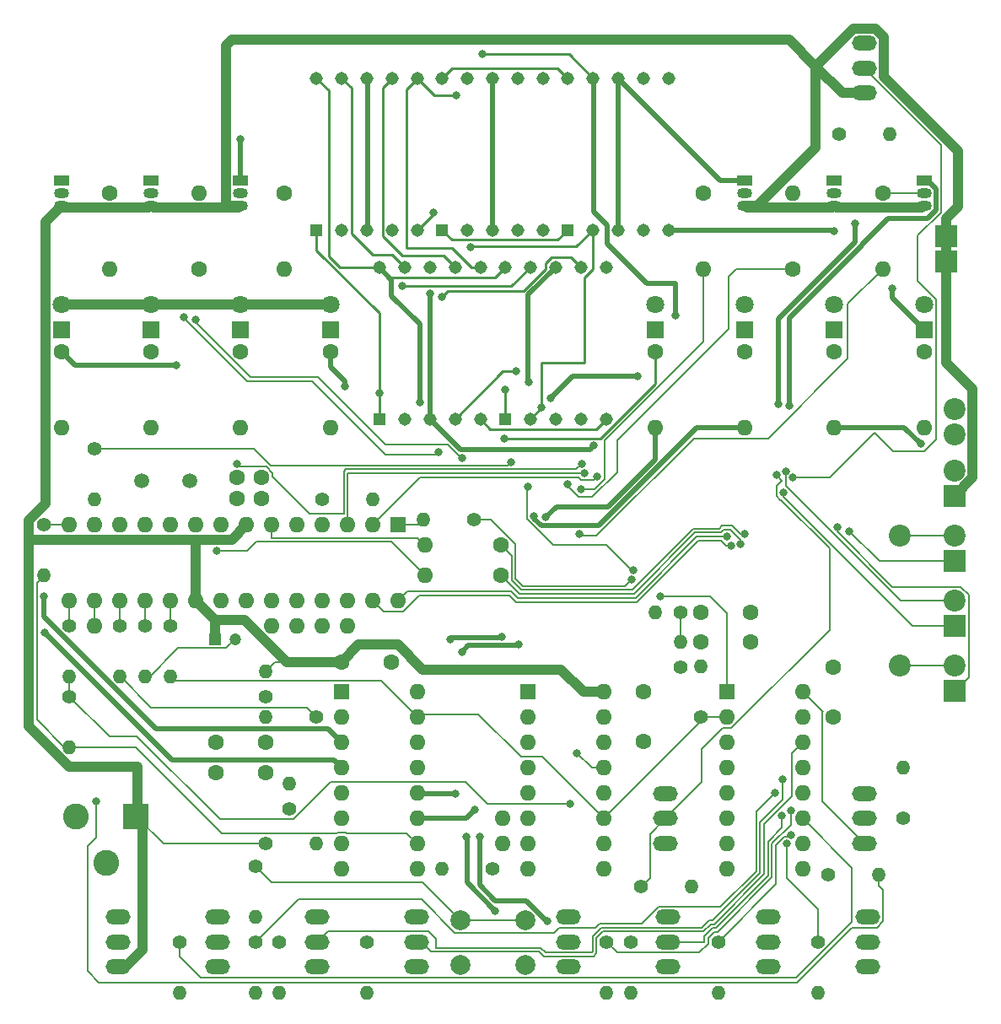
<source format=gbr>
%TF.GenerationSoftware,KiCad,Pcbnew,7.0.10*%
%TF.CreationDate,2024-03-01T17:05:21+01:00*%
%TF.ProjectId,8_switch_rgb_pcb_revision_1,385f7377-6974-4636-985f-7267625f7063,rev?*%
%TF.SameCoordinates,Original*%
%TF.FileFunction,Copper,L2,Bot*%
%TF.FilePolarity,Positive*%
%FSLAX46Y46*%
G04 Gerber Fmt 4.6, Leading zero omitted, Abs format (unit mm)*
G04 Created by KiCad (PCBNEW 7.0.10) date 2024-03-01 17:05:21*
%MOMM*%
%LPD*%
G01*
G04 APERTURE LIST*
%TA.AperFunction,ComponentPad*%
%ADD10R,2.200000X2.200000*%
%TD*%
%TA.AperFunction,ComponentPad*%
%ADD11C,2.200000*%
%TD*%
%TA.AperFunction,ComponentPad*%
%ADD12C,1.400000*%
%TD*%
%TA.AperFunction,ComponentPad*%
%ADD13O,1.400000X1.400000*%
%TD*%
%TA.AperFunction,ComponentPad*%
%ADD14C,1.600000*%
%TD*%
%TA.AperFunction,ComponentPad*%
%ADD15O,2.500000X1.500000*%
%TD*%
%TA.AperFunction,ComponentPad*%
%ADD16R,1.800000X1.800000*%
%TD*%
%TA.AperFunction,ComponentPad*%
%ADD17C,1.800000*%
%TD*%
%TA.AperFunction,ComponentPad*%
%ADD18R,1.500000X1.050000*%
%TD*%
%TA.AperFunction,ComponentPad*%
%ADD19O,1.500000X1.050000*%
%TD*%
%TA.AperFunction,ComponentPad*%
%ADD20O,1.600000X1.600000*%
%TD*%
%TA.AperFunction,ComponentPad*%
%ADD21R,2.600000X2.600000*%
%TD*%
%TA.AperFunction,ComponentPad*%
%ADD22C,2.600000*%
%TD*%
%TA.AperFunction,ComponentPad*%
%ADD23R,1.308000X1.308000*%
%TD*%
%TA.AperFunction,ComponentPad*%
%ADD24C,1.308000*%
%TD*%
%TA.AperFunction,ComponentPad*%
%ADD25R,1.200000X1.200000*%
%TD*%
%TA.AperFunction,ComponentPad*%
%ADD26C,1.200000*%
%TD*%
%TA.AperFunction,ComponentPad*%
%ADD27R,1.600000X1.600000*%
%TD*%
%TA.AperFunction,ComponentPad*%
%ADD28C,2.000000*%
%TD*%
%TA.AperFunction,ComponentPad*%
%ADD29C,1.500000*%
%TD*%
%TA.AperFunction,ViaPad*%
%ADD30C,0.800000*%
%TD*%
%TA.AperFunction,Conductor*%
%ADD31C,1.000000*%
%TD*%
%TA.AperFunction,Conductor*%
%ADD32C,0.200000*%
%TD*%
%TA.AperFunction,Conductor*%
%ADD33C,0.250000*%
%TD*%
%TA.AperFunction,Conductor*%
%ADD34C,0.500000*%
%TD*%
G04 APERTURE END LIST*
D10*
%TO.P,,1,Pin_1*%
%TO.N,+5V*%
X203040000Y-74640000D03*
%TD*%
%TO.P,,1,Pin_1*%
%TO.N,+5V*%
X203040000Y-77180000D03*
%TD*%
D11*
%TO.P,,2,Pin_2*%
%TO.N,GND*%
X203880000Y-92040000D03*
%TD*%
%TO.P,,2,Pin_2*%
%TO.N,GND*%
X203880000Y-94580000D03*
%TD*%
D12*
%TO.P,R18,1*%
%TO.N,Net-(MCU_1-PD2)*%
X140385000Y-101060000D03*
D13*
%TO.P,R18,2*%
%TO.N,Net-(U_Trans1-~{OE})*%
X145465000Y-101060000D03*
%TD*%
D12*
%TO.P,R16,1*%
%TO.N,Net-(MCU_1-PB4)*%
X122605000Y-113760000D03*
D13*
%TO.P,R16,2*%
%TO.N,GND*%
X122605000Y-118840000D03*
%TD*%
D14*
%TO.P,CU_BUTTONS1,1*%
%TO.N,GND*%
X191660000Y-122940000D03*
%TO.P,CU_BUTTONS1,2*%
%TO.N,+5V*%
X191660000Y-117940000D03*
%TD*%
D15*
%TO.P,SW__WR1,1,A*%
%TO.N,GND*%
X194820000Y-130600000D03*
%TO.P,SW__WR1,2,B*%
%TO.N,Net-(MCU_1-PC4)*%
X194820000Y-133100000D03*
%TO.P,SW__WR1,3,C*%
%TO.N,+5V*%
X194820000Y-135600000D03*
%TD*%
D14*
%TO.P,C1,1*%
%TO.N,GND*%
X134310000Y-101000000D03*
%TO.P,C1,2*%
%TO.N,Net-(MCU_1-XTAL1{slash}PB6)*%
X131810000Y-101000000D03*
%TD*%
D10*
%TO.P,PWR_Screw1,1,Pin_1*%
%TO.N,+5V*%
X203880000Y-100700000D03*
D11*
%TO.P,PWR_Screw1,2,Pin_2*%
%TO.N,GND*%
X203880000Y-98160000D03*
%TD*%
D15*
%TO.P,SW0,1,A*%
%TO.N,GND*%
X119880000Y-143000000D03*
%TO.P,SW0,2,B*%
%TO.N,Net-(SW0-B)*%
X119880000Y-145500000D03*
%TO.P,SW0,3,C*%
%TO.N,+5V*%
X119880000Y-148000000D03*
%TD*%
D12*
%TO.P,R23,1*%
%TO.N,GND*%
X176310000Y-117950000D03*
D13*
%TO.P,R23,2*%
%TO.N,Net-(C_TERM_GND0-Pad2)*%
X176310000Y-115410000D03*
%TD*%
D10*
%TO.P,RGB1,1,Pin_1*%
%TO.N,Net-(RGB1-Pin_1)*%
X203880000Y-107240000D03*
D11*
%TO.P,RGB1,2,Pin_2*%
%TO.N,unconnected-(RGB1-Pin_2-Pad2)*%
X203880000Y-104700000D03*
%TD*%
D12*
%TO.P,R38,1*%
%TO.N,Net-(C_TERM_GND1-Pad2)*%
X134730000Y-120840000D03*
D13*
%TO.P,R38,2*%
%TO.N,+5V*%
X134730000Y-118300000D03*
%TD*%
D16*
%TO.P,D5,1,K*%
%TO.N,Net-(D5-K)*%
X182780000Y-84030000D03*
D17*
%TO.P,D5,2,A*%
%TO.N,Net-(D0-A)*%
X182780000Y-81490000D03*
%TD*%
D18*
%TO.P,T_DEC_0,1,E*%
%TO.N,Net-(T_DEC_0-E)*%
X123180000Y-69030000D03*
D19*
%TO.P,T_DEC_0,2,B*%
%TO.N,Net-(T_DEC_0-B)*%
X123180000Y-70300000D03*
%TO.P,T_DEC_0,3,C*%
%TO.N,+5V*%
X123180000Y-71570000D03*
%TD*%
D14*
%TO.P,R2,1*%
%TO.N,Net-(T_DEC_1-B)*%
X136540000Y-70300000D03*
D20*
%TO.P,R2,2*%
%TO.N,Net-(U_Trans1-QB)*%
X136540000Y-77920000D03*
%TD*%
D12*
%TO.P,R44,1*%
%TO.N,Net-(U2-Q7)*%
X191170000Y-138750000D03*
D13*
%TO.P,R44,2*%
%TO.N,Net-(MCU_1-PB4)*%
X196250000Y-138750000D03*
%TD*%
D21*
%TO.P,DC-In1,1*%
%TO.N,+5V*%
X121680000Y-132900000D03*
D22*
%TO.P,DC-In1,2*%
%TO.N,GND*%
X115680000Y-132900000D03*
%TO.P,DC-In1,3*%
X118680000Y-137600000D03*
%TD*%
D14*
%TO.P,C_DRAIN0,1*%
%TO.N,+5V*%
X172660000Y-120400000D03*
%TO.P,C_DRAIN0,2*%
%TO.N,GND*%
X172660000Y-125400000D03*
%TD*%
D12*
%TO.P,R29,1*%
%TO.N,Net-(SW6-B)*%
X180120000Y-145500000D03*
D13*
%TO.P,R29,2*%
%TO.N,GND*%
X180120000Y-150580000D03*
%TD*%
D12*
%TO.P,R32,1*%
%TO.N,Net-(SW1-B)*%
X133680000Y-145500000D03*
D13*
%TO.P,R32,2*%
%TO.N,GND*%
X133680000Y-150580000D03*
%TD*%
D14*
%TO.P,C_TERM_VCC0,1*%
%TO.N,Net-(C_TERM_GND0-Pad2)*%
X178410000Y-112410000D03*
%TO.P,C_TERM_VCC0,2*%
%TO.N,+5V*%
X183410000Y-112410000D03*
%TD*%
D23*
%TO.P,hex_1,1*%
%TO.N,Net-(D4-K)*%
X158700000Y-93020000D03*
D24*
%TO.P,hex_1,2*%
%TO.N,Net-(D3-K)*%
X161240000Y-93020000D03*
%TO.P,hex_1,3,CA*%
%TO.N,Net-(T_HEX_1-E)*%
X163780000Y-93020000D03*
%TO.P,hex_1,4*%
%TO.N,Net-(D2-K)*%
X166320000Y-93020000D03*
%TO.P,hex_1,5*%
%TO.N,Net-(D7-K)*%
X168860000Y-93020000D03*
%TO.P,hex_1,6*%
%TO.N,Net-(D1-K)*%
X168860000Y-77780000D03*
%TO.P,hex_1,7*%
%TO.N,Net-(D0-K)*%
X166320000Y-77780000D03*
%TO.P,hex_1,8,CA*%
%TO.N,Net-(T_HEX_1-E)*%
X163780000Y-77780000D03*
%TO.P,hex_1,9*%
%TO.N,Net-(D5-K)*%
X161240000Y-77780000D03*
%TO.P,hex_1,10*%
%TO.N,Net-(D6-K)*%
X158700000Y-77780000D03*
%TD*%
D14*
%TO.P,R19,1*%
%TO.N,Net-(T_HEX_1-B)*%
X196640000Y-70300000D03*
D20*
%TO.P,R19,2*%
%TO.N,Net-(U_Trans1-QE)*%
X196640000Y-77920000D03*
%TD*%
D12*
%TO.P,R35,1*%
%TO.N,Net-(C_TERM_GND0-Pad2)*%
X176310000Y-112410000D03*
D13*
%TO.P,R35,2*%
%TO.N,+5V*%
X173770000Y-112410000D03*
%TD*%
D16*
%TO.P,D7,1,K*%
%TO.N,Net-(D7-K)*%
X200780000Y-84030000D03*
D17*
%TO.P,D7,2,A*%
%TO.N,Net-(D0-A)*%
X200780000Y-81490000D03*
%TD*%
D16*
%TO.P,D4,1,K*%
%TO.N,Net-(D4-K)*%
X173780000Y-84030000D03*
D17*
%TO.P,D4,2,A*%
%TO.N,Net-(D0-A)*%
X173780000Y-81490000D03*
%TD*%
D14*
%TO.P,R20,1*%
%TO.N,Net-(RGB1-Pin_1)*%
X158275000Y-105650000D03*
D20*
%TO.P,R20,2*%
%TO.N,Net-(MCU_1-PD4)*%
X150655000Y-105650000D03*
%TD*%
D18*
%TO.P,T_HEX_0,1,E*%
%TO.N,Net-(T_HEX_0-E)*%
X191780000Y-69030000D03*
D19*
%TO.P,T_HEX_0,2,B*%
%TO.N,Net-(T_HEX_0-B)*%
X191780000Y-70300000D03*
%TO.P,T_HEX_0,3,C*%
%TO.N,+5V*%
X191780000Y-71570000D03*
%TD*%
D18*
%TO.P,T_LED1,1,E*%
%TO.N,Net-(D0-A)*%
X114180000Y-69030000D03*
D19*
%TO.P,T_LED1,2,B*%
%TO.N,Net-(T_LED1-B)*%
X114180000Y-70300000D03*
%TO.P,T_LED1,3,C*%
%TO.N,+5V*%
X114180000Y-71570000D03*
%TD*%
D15*
%TO.P,SW6,1,A*%
%TO.N,GND*%
X185120000Y-143000000D03*
%TO.P,SW6,2,B*%
%TO.N,Net-(SW6-B)*%
X185120000Y-145500000D03*
%TO.P,SW6,3,C*%
%TO.N,+5V*%
X185120000Y-148000000D03*
%TD*%
D14*
%TO.P,R6,1*%
%TO.N,Net-(D6-K)*%
X191780000Y-86230000D03*
D20*
%TO.P,R6,2*%
%TO.N,Net-(U_Drain1-DRAIN6)*%
X191780000Y-93850000D03*
%TD*%
D14*
%TO.P,R7,1*%
%TO.N,Net-(D1-K)*%
X123180000Y-86230000D03*
D20*
%TO.P,R7,2*%
%TO.N,Net-(U_Drain1-DRAIN1)*%
X123180000Y-93850000D03*
%TD*%
D14*
%TO.P,R4,1*%
%TO.N,Net-(T_LED1-B)*%
X119040000Y-70300000D03*
D20*
%TO.P,R4,2*%
%TO.N,Net-(U_Trans1-QF)*%
X119040000Y-77920000D03*
%TD*%
D15*
%TO.P,SW_Serr1,1,A*%
%TO.N,GND*%
X194840000Y-55290000D03*
%TO.P,SW_Serr1,2,B*%
%TO.N,Net-(MCU_1-PC5)*%
X194840000Y-57790000D03*
%TO.P,SW_Serr1,3,C*%
%TO.N,+5V*%
X194840000Y-60290000D03*
%TD*%
D12*
%TO.P,R45,1*%
%TO.N,Net-(U_Trans1-SER)*%
X157490000Y-138180000D03*
D13*
%TO.P,R45,2*%
%TO.N,Net-(U_Drain1-SER_OUT)*%
X152410000Y-138180000D03*
%TD*%
D12*
%TO.P,R31,1*%
%TO.N,Net-(SW2-B)*%
X136080000Y-145500000D03*
D13*
%TO.P,R31,2*%
%TO.N,GND*%
X136080000Y-150580000D03*
%TD*%
D12*
%TO.P,R36,1*%
%TO.N,Net-(U_Drain1-SER_IN)*%
X139810000Y-122940000D03*
D13*
%TO.P,R36,2*%
%TO.N,Net-(C_TERM_GND1-Pad2)*%
X134730000Y-122940000D03*
%TD*%
D25*
%TO.P,C_MCU1,1*%
%TO.N,+5V*%
X129620000Y-115090000D03*
D26*
%TO.P,C_MCU1,2*%
%TO.N,GND*%
X131620000Y-115090000D03*
%TD*%
D27*
%TO.P,U2,1,~{PL}*%
%TO.N,Net-(U2-~{PL})*%
X181010000Y-120400000D03*
D20*
%TO.P,U2,2,CP*%
%TO.N,Net-(U2-CP)*%
X181010000Y-122940000D03*
%TO.P,U2,3,D4*%
%TO.N,Net-(SW4-B)*%
X181010000Y-125480000D03*
%TO.P,U2,4,D5*%
%TO.N,Net-(SW5-B)*%
X181010000Y-128020000D03*
%TO.P,U2,5,D6*%
%TO.N,Net-(SW6-B)*%
X181010000Y-130560000D03*
%TO.P,U2,6,D7*%
%TO.N,Net-(SW7-B)*%
X181010000Y-133100000D03*
%TO.P,U2,7,~{Q7}*%
%TO.N,unconnected-(U2-~{Q7}-Pad7)*%
X181010000Y-135640000D03*
%TO.P,U2,8,GND*%
%TO.N,GND*%
X181010000Y-138180000D03*
%TO.P,U2,9,Q7*%
%TO.N,Net-(U2-Q7)*%
X188630000Y-138180000D03*
%TO.P,U2,10,DS*%
%TO.N,GND*%
X188630000Y-135640000D03*
%TO.P,U2,11,D0*%
%TO.N,Net-(SW0-B)*%
X188630000Y-133100000D03*
%TO.P,U2,12,D1*%
%TO.N,Net-(SW1-B)*%
X188630000Y-130560000D03*
%TO.P,U2,13,D2*%
%TO.N,Net-(SW2-B)*%
X188630000Y-128020000D03*
%TO.P,U2,14,D3*%
%TO.N,Net-(SW3-B)*%
X188630000Y-125480000D03*
%TO.P,U2,15,~{CE}*%
%TO.N,GND*%
X188630000Y-122940000D03*
%TO.P,U2,16,VCC*%
%TO.N,+5V*%
X188630000Y-120400000D03*
%TD*%
D12*
%TO.P,R25,1*%
%TO.N,Net-(MCU_1-PC4)*%
X198660000Y-133100000D03*
D13*
%TO.P,R25,2*%
%TO.N,GND*%
X198660000Y-128020000D03*
%TD*%
D12*
%TO.P,R39,1*%
%TO.N,Net-(U_Trans1-RCLK)*%
X114985000Y-120840000D03*
D13*
%TO.P,R39,2*%
%TO.N,Net-(U_Drain1-RCLK)*%
X114985000Y-125920000D03*
%TD*%
D23*
%TO.P,decimal_0,1*%
%TO.N,Net-(D4-K)*%
X139800000Y-74020000D03*
D24*
%TO.P,decimal_0,2*%
%TO.N,Net-(D3-K)*%
X142340000Y-74020000D03*
%TO.P,decimal_0,3,CA*%
%TO.N,Net-(T_DEC_0-E)*%
X144880000Y-74020000D03*
%TO.P,decimal_0,4*%
%TO.N,Net-(D2-K)*%
X147420000Y-74020000D03*
%TO.P,decimal_0,5*%
%TO.N,Net-(D7-K)*%
X149960000Y-74020000D03*
%TO.P,decimal_0,6*%
%TO.N,Net-(D1-K)*%
X149960000Y-58780000D03*
%TO.P,decimal_0,7*%
%TO.N,Net-(D0-K)*%
X147420000Y-58780000D03*
%TO.P,decimal_0,8,CA*%
%TO.N,Net-(T_DEC_0-E)*%
X144880000Y-58780000D03*
%TO.P,decimal_0,9*%
%TO.N,Net-(D5-K)*%
X142340000Y-58780000D03*
%TO.P,decimal_0,10*%
%TO.N,Net-(D6-K)*%
X139800000Y-58780000D03*
%TD*%
D28*
%TO.P,SW_N1,1,1*%
%TO.N,Net-(MCU_1-PD3)*%
X154230000Y-143275000D03*
X160730000Y-143275000D03*
%TO.P,SW_N1,2,2*%
%TO.N,+5V*%
X154230000Y-147775000D03*
X160730000Y-147775000D03*
%TD*%
D12*
%TO.P,R26,1*%
%TO.N,Net-(MCU_1-PC5)*%
X192270000Y-64430000D03*
D13*
%TO.P,R26,2*%
%TO.N,GND*%
X197350000Y-64430000D03*
%TD*%
D12*
%TO.P,R24,1*%
%TO.N,Net-(MCU_1-PD6)*%
X172380000Y-139970000D03*
D13*
%TO.P,R24,2*%
%TO.N,GND*%
X177460000Y-139970000D03*
%TD*%
D12*
%TO.P,R17,1*%
%TO.N,+5V*%
X155635000Y-103100000D03*
D13*
%TO.P,R17,2*%
%TO.N,Net-(MCU_1-~{RESET}{slash}PC6)*%
X150555000Y-103100000D03*
%TD*%
D12*
%TO.P,R33,1*%
%TO.N,Net-(SW7-B)*%
X190120000Y-145500000D03*
D13*
%TO.P,R33,2*%
%TO.N,GND*%
X190120000Y-150580000D03*
%TD*%
D15*
%TO.P,SW1,1,A*%
%TO.N,GND*%
X129880000Y-143000000D03*
%TO.P,SW1,2,B*%
%TO.N,Net-(SW1-B)*%
X129880000Y-145500000D03*
%TO.P,SW1,3,C*%
%TO.N,+5V*%
X129880000Y-148000000D03*
%TD*%
%TO.P,SW_Mem1,1,A*%
%TO.N,GND*%
X174820000Y-130600000D03*
%TO.P,SW_Mem1,2,B*%
%TO.N,Net-(MCU_1-PD6)*%
X174820000Y-133100000D03*
%TO.P,SW_Mem1,3,C*%
%TO.N,+5V*%
X174820000Y-135600000D03*
%TD*%
D16*
%TO.P,D3,1,K*%
%TO.N,Net-(D3-K)*%
X141180000Y-84030000D03*
D17*
%TO.P,D3,2,A*%
%TO.N,Net-(D0-A)*%
X141180000Y-81490000D03*
%TD*%
D12*
%TO.P,R43,1*%
%TO.N,Net-(MCU_1-PB0)*%
X112445000Y-103600000D03*
D13*
%TO.P,R43,2*%
%TO.N,Net-(U_Drain1-RCLK)*%
X112445000Y-108680000D03*
%TD*%
D16*
%TO.P,D1,1,K*%
%TO.N,Net-(D1-K)*%
X123180000Y-84030000D03*
D17*
%TO.P,D1,2,A*%
%TO.N,Net-(D0-A)*%
X123180000Y-81490000D03*
%TD*%
D14*
%TO.P,C2,1*%
%TO.N,Net-(MCU_1-XTAL2{slash}PB7)*%
X131810000Y-98900000D03*
%TO.P,C2,2*%
%TO.N,GND*%
X134310000Y-98900000D03*
%TD*%
D27*
%TO.P,U_Trans1,1,QB*%
%TO.N,Net-(U_Trans1-QB)*%
X161010000Y-120400000D03*
D20*
%TO.P,U_Trans1,2,QC*%
%TO.N,Net-(U_Trans1-QC)*%
X161010000Y-122940000D03*
%TO.P,U_Trans1,3,QD*%
%TO.N,Net-(U_Trans1-QD)*%
X161010000Y-125480000D03*
%TO.P,U_Trans1,4,QE*%
%TO.N,Net-(U_Trans1-QE)*%
X161010000Y-128020000D03*
%TO.P,U_Trans1,5,QF*%
%TO.N,Net-(U_Trans1-QF)*%
X161010000Y-130560000D03*
%TO.P,U_Trans1,6,QG*%
%TO.N,unconnected-(U_Trans1-QG-Pad6)*%
X161010000Y-133100000D03*
%TO.P,U_Trans1,7,QH*%
%TO.N,unconnected-(U_Trans1-QH-Pad7)*%
X161010000Y-135640000D03*
%TO.P,U_Trans1,8,GND*%
%TO.N,GND*%
X161010000Y-138180000D03*
%TO.P,U_Trans1,9,QH'*%
%TO.N,unconnected-(U_Trans1-QH'-Pad9)*%
X168630000Y-138180000D03*
%TO.P,U_Trans1,10,~{SRCLR}*%
%TO.N,+5V*%
X168630000Y-135640000D03*
%TO.P,U_Trans1,11,SRCLK*%
%TO.N,Net-(U2-CP)*%
X168630000Y-133100000D03*
%TO.P,U_Trans1,12,RCLK*%
%TO.N,Net-(U_Trans1-RCLK)*%
X168630000Y-130560000D03*
%TO.P,U_Trans1,13,~{OE}*%
%TO.N,Net-(U_Trans1-~{OE})*%
X168630000Y-128020000D03*
%TO.P,U_Trans1,14,SER*%
%TO.N,Net-(U_Trans1-SER)*%
X168630000Y-125480000D03*
%TO.P,U_Trans1,15,QA*%
%TO.N,Net-(U_Trans1-QA)*%
X168630000Y-122940000D03*
%TO.P,U_Trans1,16,VCC*%
%TO.N,+5V*%
X168630000Y-120400000D03*
%TD*%
D16*
%TO.P,D0,1,K*%
%TO.N,Net-(D0-K)*%
X114180000Y-84030000D03*
D17*
%TO.P,D0,2,A*%
%TO.N,Net-(D0-A)*%
X114180000Y-81490000D03*
%TD*%
D13*
%TO.P,R40,2*%
%TO.N,Net-(U2-CP)*%
X125145000Y-118840000D03*
D12*
%TO.P,R40,1*%
%TO.N,Net-(MCU_1-PB5)*%
X125145000Y-113760000D03*
%TD*%
D16*
%TO.P,D6,1,K*%
%TO.N,Net-(D6-K)*%
X191780000Y-84030000D03*
D17*
%TO.P,D6,2,A*%
%TO.N,Net-(D0-A)*%
X191780000Y-81490000D03*
%TD*%
D12*
%TO.P,R37,1*%
%TO.N,GND*%
X137040000Y-132120000D03*
D13*
%TO.P,R37,2*%
%TO.N,Net-(C_TERM_GND1-Pad2)*%
X137040000Y-129580000D03*
%TD*%
D12*
%TO.P,R41,1*%
%TO.N,Net-(MCU_1-PB3)*%
X120065000Y-113760000D03*
D13*
%TO.P,R41,2*%
%TO.N,Net-(U_Drain1-SER_IN)*%
X120065000Y-118840000D03*
%TD*%
D14*
%TO.P,R21,1*%
%TO.N,Net-(RGB2-Pin_1)*%
X158275000Y-108650000D03*
D20*
%TO.P,R21,2*%
%TO.N,Net-(MCU_1-PD5)*%
X150655000Y-108650000D03*
%TD*%
D12*
%TO.P,R46,1*%
%TO.N,Net-(U2-~{PL})*%
X117525000Y-95980000D03*
D13*
%TO.P,R46,2*%
%TO.N,Net-(MCU_1-PD7)*%
X117525000Y-101060000D03*
%TD*%
D27*
%TO.P,MCU_1,1,~{RESET}/PC6*%
%TO.N,Net-(MCU_1-~{RESET}{slash}PC6)*%
X148005000Y-103600000D03*
D20*
%TO.P,MCU_1,2,PD0*%
%TO.N,Net-(MCU_1-PD0)*%
X145465000Y-103600000D03*
%TO.P,MCU_1,3,PD1*%
%TO.N,Net-(MCU_1-PD1)*%
X142925000Y-103600000D03*
%TO.P,MCU_1,4,PD2*%
%TO.N,Net-(MCU_1-PD2)*%
X140385000Y-103600000D03*
%TO.P,MCU_1,5,PD3*%
%TO.N,Net-(MCU_1-PD3)*%
X137845000Y-103600000D03*
%TO.P,MCU_1,6,PD4*%
%TO.N,Net-(MCU_1-PD4)*%
X135305000Y-103600000D03*
%TO.P,MCU_1,7,VCC*%
%TO.N,+5V*%
X132765000Y-103600000D03*
%TO.P,MCU_1,8,GND*%
%TO.N,GND*%
X130225000Y-103600000D03*
%TO.P,MCU_1,9,XTAL1/PB6*%
%TO.N,Net-(MCU_1-XTAL1{slash}PB6)*%
X127685000Y-103600000D03*
%TO.P,MCU_1,10,XTAL2/PB7*%
%TO.N,Net-(MCU_1-XTAL2{slash}PB7)*%
X125145000Y-103600000D03*
%TO.P,MCU_1,11,PD5*%
%TO.N,Net-(MCU_1-PD5)*%
X122605000Y-103600000D03*
%TO.P,MCU_1,12,PD6*%
%TO.N,Net-(MCU_1-PD6)*%
X120065000Y-103600000D03*
%TO.P,MCU_1,13,PD7*%
%TO.N,Net-(MCU_1-PD7)*%
X117525000Y-103600000D03*
%TO.P,MCU_1,14,PB0*%
%TO.N,Net-(MCU_1-PB0)*%
X114985000Y-103600000D03*
%TO.P,MCU_1,15,PB1*%
%TO.N,Net-(MCU_1-PB1)*%
X114985000Y-111220000D03*
%TO.P,MCU_1,16,PB2*%
%TO.N,unconnected-(MCU_1-PB2-Pad16)*%
X117525000Y-111220000D03*
%TO.P,MCU_1,17,PB3*%
%TO.N,Net-(MCU_1-PB3)*%
X120065000Y-111220000D03*
%TO.P,MCU_1,18,PB4*%
%TO.N,Net-(MCU_1-PB4)*%
X122605000Y-111220000D03*
%TO.P,MCU_1,19,PB5*%
%TO.N,Net-(MCU_1-PB5)*%
X125145000Y-111220000D03*
%TO.P,MCU_1,20,AVCC*%
%TO.N,+5V*%
X127685000Y-111220000D03*
%TO.P,MCU_1,21,AREF*%
%TO.N,unconnected-(MCU_1-AREF-Pad21)*%
X130225000Y-111220000D03*
%TO.P,MCU_1,22,GND*%
%TO.N,GND*%
X132765000Y-111220000D03*
%TO.P,MCU_1,23,PC0*%
%TO.N,unconnected-(MCU_1-PC0-Pad23)*%
X135305000Y-111220000D03*
%TO.P,MCU_1,24,PC1*%
%TO.N,unconnected-(MCU_1-PC1-Pad24)*%
X137845000Y-111220000D03*
%TO.P,MCU_1,25,PC2*%
%TO.N,unconnected-(MCU_1-PC2-Pad25)*%
X140385000Y-111220000D03*
%TO.P,MCU_1,26,PC3*%
%TO.N,unconnected-(MCU_1-PC3-Pad26)*%
X142925000Y-111220000D03*
%TO.P,MCU_1,27,PC4*%
%TO.N,Net-(MCU_1-PC4)*%
X145465000Y-111220000D03*
%TO.P,MCU_1,28,PC5*%
%TO.N,Net-(MCU_1-PC5)*%
X148005000Y-111220000D03*
%TD*%
D12*
%TO.P,R27,1*%
%TO.N,Net-(SW4-B)*%
X168920000Y-145500000D03*
D13*
%TO.P,R27,2*%
%TO.N,GND*%
X168920000Y-150580000D03*
%TD*%
D16*
%TO.P,D2,1,K*%
%TO.N,Net-(D2-K)*%
X132180000Y-84030000D03*
D17*
%TO.P,D2,2,A*%
%TO.N,Net-(D0-A)*%
X132180000Y-81490000D03*
%TD*%
D23*
%TO.P,decimal_2,1*%
%TO.N,Net-(D4-K)*%
X165000000Y-74020000D03*
D24*
%TO.P,decimal_2,2*%
%TO.N,Net-(D3-K)*%
X167540000Y-74020000D03*
%TO.P,decimal_2,3,CA*%
%TO.N,Net-(T_DEC_2-E)*%
X170080000Y-74020000D03*
%TO.P,decimal_2,4*%
%TO.N,Net-(D2-K)*%
X172620000Y-74020000D03*
%TO.P,decimal_2,5*%
%TO.N,Net-(D7-K)*%
X175160000Y-74020000D03*
%TO.P,decimal_2,6*%
%TO.N,Net-(D1-K)*%
X175160000Y-58780000D03*
%TO.P,decimal_2,7*%
%TO.N,Net-(D0-K)*%
X172620000Y-58780000D03*
%TO.P,decimal_2,8,CA*%
%TO.N,Net-(T_DEC_2-E)*%
X170080000Y-58780000D03*
%TO.P,decimal_2,9*%
%TO.N,Net-(D5-K)*%
X167540000Y-58780000D03*
%TO.P,decimal_2,10*%
%TO.N,Net-(D6-K)*%
X165000000Y-58780000D03*
%TD*%
D12*
%TO.P,R14,1*%
%TO.N,+5V*%
X134730000Y-135640000D03*
D13*
%TO.P,R14,2*%
%TO.N,Net-(U_Drain1-~{CLR})*%
X139810000Y-135640000D03*
%TD*%
D14*
%TO.P,R12,1*%
%TO.N,Net-(D3-K)*%
X141180000Y-86230000D03*
D20*
%TO.P,R12,2*%
%TO.N,Net-(U_Drain1-DRAIN3)*%
X141180000Y-93850000D03*
%TD*%
D14*
%TO.P,C_TERM_VCC1,1*%
%TO.N,Net-(C_TERM_GND1-Pad2)*%
X134730000Y-128490000D03*
%TO.P,C_TERM_VCC1,2*%
%TO.N,+5V*%
X129730000Y-128490000D03*
%TD*%
D12*
%TO.P,R15,1*%
%TO.N,Net-(MCU_1-PD3)*%
X133680000Y-137920000D03*
D13*
%TO.P,R15,2*%
%TO.N,GND*%
X133680000Y-143000000D03*
%TD*%
D18*
%TO.P,T_DEC_1,1,E*%
%TO.N,Net-(T_DEC_1-E)*%
X132180000Y-69030000D03*
D19*
%TO.P,T_DEC_1,2,B*%
%TO.N,Net-(T_DEC_1-B)*%
X132180000Y-70300000D03*
%TO.P,T_DEC_1,3,C*%
%TO.N,+5V*%
X132180000Y-71570000D03*
%TD*%
D14*
%TO.P,R3,1*%
%TO.N,Net-(T_DEC_2-B)*%
X178640000Y-70300000D03*
D20*
%TO.P,R3,2*%
%TO.N,Net-(U_Trans1-QA)*%
X178640000Y-77920000D03*
%TD*%
D15*
%TO.P,SW4,1,A*%
%TO.N,GND*%
X165120000Y-143000000D03*
%TO.P,SW4,2,B*%
%TO.N,Net-(SW4-B)*%
X165120000Y-145500000D03*
%TO.P,SW4,3,C*%
%TO.N,+5V*%
X165120000Y-148000000D03*
%TD*%
D18*
%TO.P,T_DEC_2,1,E*%
%TO.N,Net-(T_DEC_2-E)*%
X182780000Y-69030000D03*
D19*
%TO.P,T_DEC_2,2,B*%
%TO.N,Net-(T_DEC_2-B)*%
X182780000Y-70300000D03*
%TO.P,T_DEC_2,3,C*%
%TO.N,+5V*%
X182780000Y-71570000D03*
%TD*%
D27*
%TO.P,U_Drain1,1,VCC*%
%TO.N,+5V*%
X142310000Y-120400000D03*
D20*
%TO.P,U_Drain1,2,SER_IN*%
%TO.N,Net-(U_Drain1-SER_IN)*%
X142310000Y-122940000D03*
%TO.P,U_Drain1,3,DRAIN0*%
%TO.N,Net-(U_Drain1-DRAIN0)*%
X142310000Y-125480000D03*
%TO.P,U_Drain1,4,DRAIN1*%
%TO.N,Net-(U_Drain1-DRAIN1)*%
X142310000Y-128020000D03*
%TO.P,U_Drain1,5,DRAIN2*%
%TO.N,Net-(U_Drain1-DRAIN2)*%
X142310000Y-130560000D03*
%TO.P,U_Drain1,6,DRAIN3*%
%TO.N,Net-(U_Drain1-DRAIN3)*%
X142310000Y-133100000D03*
%TO.P,U_Drain1,7,~{CLR}*%
%TO.N,Net-(U_Drain1-~{CLR})*%
X142310000Y-135640000D03*
%TO.P,U_Drain1,8,~{G}*%
%TO.N,GND*%
X142310000Y-138180000D03*
%TO.P,U_Drain1,9,SER_OUT*%
%TO.N,Net-(U_Drain1-SER_OUT)*%
X149930000Y-138180000D03*
%TO.P,U_Drain1,10,RCLK*%
%TO.N,Net-(U_Drain1-RCLK)*%
X149930000Y-135640000D03*
%TO.P,U_Drain1,11,DRAIN4*%
%TO.N,Net-(U_Drain1-DRAIN4)*%
X149930000Y-133100000D03*
%TO.P,U_Drain1,12,DRAIN5*%
%TO.N,Net-(U_Drain1-DRAIN5)*%
X149930000Y-130560000D03*
%TO.P,U_Drain1,13,DRAIN6*%
%TO.N,Net-(U_Drain1-DRAIN6)*%
X149930000Y-128020000D03*
%TO.P,U_Drain1,14,DRAIN7*%
%TO.N,Net-(U_Drain1-DRAIN7)*%
X149930000Y-125480000D03*
%TO.P,U_Drain1,15,SRCK*%
%TO.N,Net-(U2-CP)*%
X149930000Y-122940000D03*
%TO.P,U_Drain1,16,GND*%
%TO.N,GND*%
X149930000Y-120400000D03*
%TD*%
D15*
%TO.P,SW2,1,A*%
%TO.N,GND*%
X139880000Y-143000000D03*
%TO.P,SW2,2,B*%
%TO.N,Net-(SW2-B)*%
X139880000Y-145500000D03*
%TO.P,SW2,3,C*%
%TO.N,+5V*%
X139880000Y-148000000D03*
%TD*%
D18*
%TO.P,T_HEX_1,1,E*%
%TO.N,Net-(T_HEX_1-E)*%
X200780000Y-69030000D03*
D19*
%TO.P,T_HEX_1,2,B*%
%TO.N,Net-(T_HEX_1-B)*%
X200780000Y-70300000D03*
%TO.P,T_HEX_1,3,C*%
%TO.N,+5V*%
X200780000Y-71570000D03*
%TD*%
D12*
%TO.P,R22,1*%
%TO.N,Net-(U2-CP)*%
X178410000Y-122940000D03*
D13*
%TO.P,R22,2*%
%TO.N,Net-(C_TERM_GND0-Pad2)*%
X178410000Y-117860000D03*
%TD*%
D14*
%TO.P,R11,1*%
%TO.N,Net-(D7-K)*%
X200780000Y-86230000D03*
D20*
%TO.P,R11,2*%
%TO.N,Net-(U_Drain1-DRAIN7)*%
X200780000Y-93850000D03*
%TD*%
D10*
%TO.P,RGB2,1,Pin_1*%
%TO.N,Net-(RGB2-Pin_1)*%
X203880000Y-120320000D03*
D11*
%TO.P,RGB2,2,Pin_2*%
%TO.N,unconnected-(RGB2-Pin_2-Pad2)*%
X203880000Y-117780000D03*
%TD*%
D10*
%TO.P,Serial_Screw1,1,Pin_1*%
%TO.N,Net-(MCU_1-PD1)*%
X203880000Y-113780000D03*
D11*
%TO.P,Serial_Screw1,2,Pin_2*%
%TO.N,Net-(MCU_1-PD0)*%
X203880000Y-111240000D03*
%TD*%
D15*
%TO.P,SW7,1,A*%
%TO.N,GND*%
X195120000Y-143000000D03*
%TO.P,SW7,2,B*%
%TO.N,Net-(SW7-B)*%
X195120000Y-145500000D03*
%TO.P,SW7,3,C*%
%TO.N,+5V*%
X195120000Y-148000000D03*
%TD*%
D14*
%TO.P,R1,1*%
%TO.N,Net-(U_Trans1-QC)*%
X128040000Y-77920000D03*
D20*
%TO.P,R1,2*%
%TO.N,Net-(T_DEC_0-B)*%
X128040000Y-70300000D03*
%TD*%
D29*
%TO.P,Y1,1,1*%
%TO.N,Net-(MCU_1-XTAL1{slash}PB6)*%
X127090000Y-99230000D03*
%TO.P,Y1,2,2*%
%TO.N,Net-(MCU_1-XTAL2{slash}PB7)*%
X122210000Y-99230000D03*
%TD*%
D14*
%TO.P,C_TERM_GND0,1*%
%TO.N,GND*%
X183410000Y-115410000D03*
%TO.P,C_TERM_GND0,2*%
%TO.N,Net-(C_TERM_GND0-Pad2)*%
X178410000Y-115410000D03*
%TD*%
%TO.P,R8,1*%
%TO.N,Net-(D5-K)*%
X182780000Y-86230000D03*
D20*
%TO.P,R8,2*%
%TO.N,Net-(U_Drain1-DRAIN5)*%
X182780000Y-93850000D03*
%TD*%
D14*
%TO.P,R13,1*%
%TO.N,Net-(U_Trans1-QD)*%
X187640000Y-77920000D03*
D20*
%TO.P,R13,2*%
%TO.N,Net-(T_HEX_0-B)*%
X187640000Y-70300000D03*
%TD*%
D15*
%TO.P,SW5,1,A*%
%TO.N,GND*%
X175120000Y-143000000D03*
%TO.P,SW5,2,B*%
%TO.N,Net-(SW5-B)*%
X175120000Y-145500000D03*
%TO.P,SW5,3,C*%
%TO.N,+5V*%
X175120000Y-148000000D03*
%TD*%
D14*
%TO.P,R5,1*%
%TO.N,Net-(D2-K)*%
X132180000Y-86230000D03*
D20*
%TO.P,R5,2*%
%TO.N,Net-(U_Drain1-DRAIN2)*%
X132180000Y-93850000D03*
%TD*%
D14*
%TO.P,C_TERM_GND1,1*%
%TO.N,GND*%
X129730000Y-125490000D03*
%TO.P,C_TERM_GND1,2*%
%TO.N,Net-(C_TERM_GND1-Pad2)*%
X134730000Y-125490000D03*
%TD*%
%TO.P,C_TRANS1,1*%
%TO.N,+5V*%
X142310000Y-117370000D03*
%TO.P,C_TRANS1,2*%
%TO.N,GND*%
X147310000Y-117370000D03*
%TD*%
%TO.P,R10,1*%
%TO.N,Net-(D4-K)*%
X173780000Y-86230000D03*
D20*
%TO.P,R10,2*%
%TO.N,Net-(U_Drain1-DRAIN4)*%
X173780000Y-93850000D03*
%TD*%
D12*
%TO.P,R34,1*%
%TO.N,Net-(SW0-B)*%
X126080000Y-145500000D03*
D13*
%TO.P,R34,2*%
%TO.N,GND*%
X126080000Y-150580000D03*
%TD*%
D23*
%TO.P,hex_0,1*%
%TO.N,Net-(D4-K)*%
X146100000Y-93020000D03*
D24*
%TO.P,hex_0,2*%
%TO.N,Net-(D3-K)*%
X148640000Y-93020000D03*
%TO.P,hex_0,3,CA*%
%TO.N,Net-(T_HEX_0-E)*%
X151180000Y-93020000D03*
%TO.P,hex_0,4*%
%TO.N,Net-(D2-K)*%
X153720000Y-93020000D03*
%TO.P,hex_0,5*%
%TO.N,Net-(D7-K)*%
X156260000Y-93020000D03*
%TO.P,hex_0,6*%
%TO.N,Net-(D1-K)*%
X156260000Y-77780000D03*
%TO.P,hex_0,7*%
%TO.N,Net-(D0-K)*%
X153720000Y-77780000D03*
%TO.P,hex_0,8,CA*%
%TO.N,Net-(T_HEX_0-E)*%
X151180000Y-77780000D03*
%TO.P,hex_0,9*%
%TO.N,Net-(D5-K)*%
X148640000Y-77780000D03*
%TO.P,hex_0,10*%
%TO.N,Net-(D6-K)*%
X146100000Y-77780000D03*
%TD*%
D14*
%TO.P,R9,1*%
%TO.N,Net-(D0-K)*%
X114180000Y-86230000D03*
D20*
%TO.P,R9,2*%
%TO.N,Net-(U_Drain1-DRAIN0)*%
X114180000Y-93850000D03*
%TD*%
D15*
%TO.P,SW3,1,A*%
%TO.N,GND*%
X149880000Y-143000000D03*
%TO.P,SW3,2,B*%
%TO.N,Net-(SW3-B)*%
X149880000Y-145500000D03*
%TO.P,SW3,3,C*%
%TO.N,+5V*%
X149880000Y-148000000D03*
%TD*%
D12*
%TO.P,R42,1*%
%TO.N,Net-(MCU_1-PB1)*%
X114985000Y-113760000D03*
D13*
%TO.P,R42,2*%
%TO.N,Net-(U_Trans1-RCLK)*%
X114985000Y-118840000D03*
%TD*%
D12*
%TO.P,R28,1*%
%TO.N,Net-(SW3-B)*%
X144880000Y-145500000D03*
D13*
%TO.P,R28,2*%
%TO.N,GND*%
X144880000Y-150580000D03*
%TD*%
D12*
%TO.P,R30,1*%
%TO.N,Net-(SW5-B)*%
X171320000Y-145500000D03*
D13*
%TO.P,R30,2*%
%TO.N,GND*%
X171320000Y-150580000D03*
%TD*%
D23*
%TO.P,decimal_1,1*%
%TO.N,Net-(D4-K)*%
X152400000Y-74020000D03*
D24*
%TO.P,decimal_1,2*%
%TO.N,Net-(D3-K)*%
X154940000Y-74020000D03*
%TO.P,decimal_1,3,CA*%
%TO.N,Net-(T_DEC_1-E)*%
X157480000Y-74020000D03*
%TO.P,decimal_1,4*%
%TO.N,Net-(D2-K)*%
X160020000Y-74020000D03*
%TO.P,decimal_1,5*%
%TO.N,Net-(D7-K)*%
X162560000Y-74020000D03*
%TO.P,decimal_1,6*%
%TO.N,Net-(D1-K)*%
X162560000Y-58780000D03*
%TO.P,decimal_1,7*%
%TO.N,Net-(D0-K)*%
X160020000Y-58780000D03*
%TO.P,decimal_1,8,CA*%
%TO.N,Net-(T_DEC_1-E)*%
X157480000Y-58780000D03*
%TO.P,decimal_1,9*%
%TO.N,Net-(D5-K)*%
X154940000Y-58780000D03*
%TO.P,decimal_1,10*%
%TO.N,Net-(D6-K)*%
X152400000Y-58780000D03*
%TD*%
D20*
%TO.P,,16,PB2*%
%TO.N,unconnected-(MCU_1-PB2-Pad16)*%
X117525000Y-113760000D03*
%TD*%
D11*
%TO.P,,2,Pin_2*%
%TO.N,unconnected-(RGB1-Pin_2-Pad2)*%
X198340000Y-104700000D03*
%TD*%
D20*
%TO.P,,6,QG*%
%TO.N,unconnected-(U_Trans1-QG-Pad6)*%
X158470000Y-133100000D03*
%TD*%
%TO.P,,25,PC2*%
%TO.N,unconnected-(MCU_1-PC2-Pad25)*%
X140385000Y-113760000D03*
%TD*%
%TO.P,,26,PC3*%
%TO.N,unconnected-(MCU_1-PC3-Pad26)*%
X142925000Y-113760000D03*
%TD*%
D11*
%TO.P,,2,Pin_2*%
%TO.N,unconnected-(RGB2-Pin_2-Pad2)*%
X198340000Y-117780000D03*
%TD*%
D20*
%TO.P,,7,QH*%
%TO.N,unconnected-(U_Trans1-QH-Pad7)*%
X158470000Y-135640000D03*
%TD*%
%TO.P,,23,PC0*%
%TO.N,unconnected-(MCU_1-PC0-Pad23)*%
X135305000Y-113760000D03*
%TD*%
%TO.P,,24,PC1*%
%TO.N,unconnected-(MCU_1-PC1-Pad24)*%
X137845000Y-113760000D03*
%TD*%
D30*
%TO.N,Net-(SW2-B)*%
X186570000Y-129140000D03*
%TO.N,Net-(U_Trans1-~{OE})*%
X165940000Y-126530000D03*
%TO.N,Net-(D7-K)*%
X197570000Y-79860000D03*
X191790000Y-74160000D03*
%TO.N,Net-(U_Trans1-QE)*%
X166183073Y-104550000D03*
%TO.N,Net-(SW1-B)*%
X185810000Y-130500000D03*
%TO.N,Net-(SW4-B)*%
X187410000Y-132340000D03*
%TO.N,Net-(SW5-B)*%
X186539267Y-132850733D03*
%TO.N,Net-(SW6-B)*%
X187429851Y-134731268D03*
%TO.N,Net-(SW7-B)*%
X187031497Y-135648503D03*
%TO.N,+5V*%
X171410000Y-109140000D03*
%TO.N,Net-(D1-K)*%
X153820000Y-60484000D03*
%TO.N,Net-(D2-K)*%
X159800000Y-88220000D03*
%TO.N,Net-(D3-K)*%
X142660000Y-89710000D03*
X155250000Y-75724000D03*
X162415000Y-91845000D03*
%TO.N,Net-(D4-K)*%
X146120000Y-90370000D03*
X158700000Y-90070000D03*
X158670000Y-94940000D03*
%TO.N,Net-(D5-K)*%
X148420000Y-79680000D03*
X175820000Y-82590000D03*
X156470000Y-56380000D03*
%TO.N,Net-(D6-K)*%
X163290000Y-90920000D03*
X172000000Y-88735000D03*
X150200000Y-91316000D03*
%TO.N,Net-(D7-K)*%
X151560000Y-72316000D03*
%TO.N,Net-(T_DEC_1-E)*%
X132180000Y-64950000D03*
%TO.N,Net-(T_HEX_1-E)*%
X161120000Y-89310000D03*
X187241041Y-91631041D03*
%TO.N,Net-(MCU_1-PD0)*%
X167980000Y-98770000D03*
X186900000Y-98240000D03*
%TO.N,Net-(MCU_1-PD1)*%
X166674408Y-98456746D03*
X186666372Y-100430000D03*
%TO.N,Net-(MCU_1-PB4)*%
X117677182Y-131367182D03*
%TO.N,Net-(U_Trans1-QC)*%
X152070000Y-96292437D03*
X126490000Y-82770000D03*
%TO.N,Net-(U_Trans1-QB)*%
X127660000Y-83060000D03*
X154460000Y-96956746D03*
%TO.N,Net-(U_Trans1-QA)*%
X166339985Y-100071691D03*
%TO.N,Net-(U_Drain1-DRAIN6)*%
X154840000Y-134920000D03*
X157757195Y-142352805D03*
X200490000Y-95520000D03*
%TO.N,Net-(U_Drain1-DRAIN1)*%
X112490000Y-114460000D03*
%TO.N,Net-(U_Drain1-DRAIN5)*%
X161649975Y-102760025D03*
X158380000Y-114840000D03*
X153740000Y-130580000D03*
X153220000Y-115100000D03*
%TO.N,Net-(U_Drain1-DRAIN0)*%
X112417550Y-110780000D03*
%TO.N,Net-(U_Drain1-DRAIN4)*%
X160080000Y-115630000D03*
X154390000Y-116350000D03*
X155730000Y-132190000D03*
X162840000Y-102850000D03*
%TO.N,Net-(U_Drain1-DRAIN7)*%
X156190000Y-134940000D03*
X162940000Y-143420000D03*
%TO.N,Net-(U_Trans1-QD)*%
X164970000Y-99556746D03*
%TO.N,Net-(MCU_1-PC5)*%
X187645920Y-98905920D03*
X180970000Y-104792260D03*
%TO.N,Net-(RGB2-Pin_1)*%
X182384975Y-105595025D03*
X192089960Y-103870010D03*
%TO.N,Net-(MCU_1-PC4)*%
X181390659Y-105701523D03*
%TO.N,Net-(MCU_1-PD6)*%
X131814560Y-97500005D03*
X185966372Y-98640000D03*
X166460000Y-97480000D03*
%TO.N,Net-(RGB1-Pin_1)*%
X193300000Y-104250000D03*
X182804975Y-104565025D03*
%TO.N,Net-(D0-K)*%
X152360000Y-80730000D03*
X125707653Y-87640000D03*
%TO.N,Net-(T_HEX_0-E)*%
X167646041Y-95683959D03*
X193890000Y-73400000D03*
X151180000Y-80405000D03*
X186140000Y-91530000D03*
%TO.N,Net-(MCU_1-PD5)*%
X129780000Y-106200000D03*
%TO.N,Net-(U_Trans1-RCLK)*%
X165250000Y-131650000D03*
%TO.N,Net-(U2-~{PL})*%
X159310000Y-97356746D03*
X171570000Y-108140000D03*
X160990000Y-99810000D03*
X174280000Y-110780000D03*
%TD*%
D31*
%TO.N,+5V*%
X130730000Y-55547412D02*
X131337412Y-54940000D01*
X130730000Y-71420000D02*
X130730000Y-55547412D01*
X130880000Y-71570000D02*
X130730000Y-71420000D01*
X132180000Y-71570000D02*
X130880000Y-71570000D01*
X131337412Y-54940000D02*
X187240000Y-54940000D01*
X187240000Y-54940000D02*
X189920000Y-57620000D01*
X203885585Y-100700000D02*
X203880000Y-100700000D01*
X205680000Y-98905585D02*
X203885585Y-100700000D01*
X203040000Y-87350000D02*
X205680000Y-89990000D01*
X203040000Y-72859188D02*
X203040000Y-87350000D01*
X196790000Y-54689390D02*
X196790000Y-58608630D01*
X195940610Y-53840000D02*
X196790000Y-54689390D01*
X196790000Y-58608630D02*
X204240000Y-66058629D01*
X193700000Y-53840000D02*
X195940610Y-53840000D01*
X204240000Y-66058629D02*
X204240000Y-71659188D01*
X204240000Y-71659188D02*
X203040000Y-72859188D01*
X205680000Y-89990000D02*
X205680000Y-98905585D01*
X189920000Y-57620000D02*
X193700000Y-53840000D01*
D32*
%TO.N,Net-(MCU_1-PC5)*%
X202530000Y-72237817D02*
X202530000Y-65480000D01*
X200160000Y-74607817D02*
X202530000Y-72237817D01*
X202530000Y-65480000D02*
X194840000Y-57790000D01*
X200160000Y-79172943D02*
X200160000Y-74607817D01*
X201980000Y-80992943D02*
X200160000Y-79172943D01*
X197660000Y-96220000D02*
X200812183Y-96220000D01*
X195840000Y-94400000D02*
X197660000Y-96220000D01*
X191334080Y-98905920D02*
X195840000Y-94400000D01*
X201980000Y-95052183D02*
X201980000Y-80992943D01*
X187645920Y-98905920D02*
X191334080Y-98905920D01*
X200812183Y-96220000D02*
X201980000Y-95052183D01*
%TO.N,Net-(MCU_1-PB4)*%
X196250000Y-139885076D02*
X196250000Y-138750000D01*
X196670000Y-140305076D02*
X196250000Y-139885076D01*
X196670000Y-143434924D02*
X196670000Y-140305076D01*
X196054924Y-144050000D02*
X196670000Y-143434924D01*
X188019900Y-149580000D02*
X193549900Y-144050000D01*
X117970000Y-149580000D02*
X188019900Y-149580000D01*
X117670000Y-134990000D02*
X116810000Y-135850000D01*
X116810000Y-148420000D02*
X117970000Y-149580000D01*
X193549900Y-144050000D02*
X196054924Y-144050000D01*
X117677182Y-131367182D02*
X117670000Y-131374364D01*
X117670000Y-131374364D02*
X117670000Y-134990000D01*
X116810000Y-135850000D02*
X116810000Y-148420000D01*
%TO.N,Net-(SW0-B)*%
X126080000Y-146980000D02*
X126080000Y-145500000D01*
X128175000Y-149075000D02*
X126080000Y-146980000D01*
X187959214Y-149075000D02*
X128175000Y-149075000D01*
X193570000Y-138040000D02*
X193570000Y-143464214D01*
X188630000Y-133100000D02*
X193570000Y-138040000D01*
X193570000Y-143464214D02*
X187959214Y-149075000D01*
%TO.N,GND*%
X130720000Y-115990000D02*
X131620000Y-115090000D01*
X122835000Y-119070000D02*
X125915000Y-115990000D01*
X125915000Y-115990000D02*
X130720000Y-115990000D01*
X122605000Y-118840000D02*
X122835000Y-119070000D01*
%TO.N,Net-(U2-CP)*%
X125595000Y-119300000D02*
X146290000Y-119300000D01*
X146290000Y-119300000D02*
X149930000Y-122940000D01*
X125145000Y-118850000D02*
X125595000Y-119300000D01*
%TO.N,unconnected-(MCU_1-PB2-Pad16)*%
X117525000Y-111220000D02*
X117525000Y-113760000D01*
%TO.N,Net-(MCU_1-PB5)*%
X125145000Y-113770000D02*
X125145000Y-111220000D01*
%TO.N,Net-(C_TERM_GND0-Pad2)*%
X176310000Y-112410000D02*
X176310000Y-115410000D01*
%TO.N,Net-(U_Trans1-QA)*%
X167679950Y-100060000D02*
X168740000Y-98999950D01*
X166351676Y-100060000D02*
X167679950Y-100060000D01*
X178640000Y-85225556D02*
X178640000Y-77920000D01*
X166339985Y-100071691D02*
X166351676Y-100060000D01*
X168740000Y-98999950D02*
X168740000Y-95125556D01*
X168740000Y-95125556D02*
X178640000Y-85225556D01*
%TO.N,Net-(U_Trans1-QD)*%
X181950000Y-77920000D02*
X187640000Y-77920000D01*
X181180000Y-78690000D02*
X181950000Y-77920000D01*
X181180000Y-83930000D02*
X181180000Y-78690000D01*
X167465635Y-100840000D02*
X169970000Y-98335635D01*
X169970000Y-95140000D02*
X181180000Y-83930000D01*
X166118344Y-100840000D02*
X167465635Y-100840000D01*
X164970000Y-99691656D02*
X166118344Y-100840000D01*
X169970000Y-98335635D02*
X169970000Y-95140000D01*
X164970000Y-99556746D02*
X164970000Y-99691656D01*
%TO.N,Net-(MCU_1-PD0)*%
X150208254Y-98856746D02*
X145465000Y-103600000D01*
X166084458Y-98856746D02*
X150208254Y-98856746D01*
X166384458Y-99156746D02*
X166084458Y-98856746D01*
X167593254Y-99156746D02*
X166384458Y-99156746D01*
X167980000Y-98770000D02*
X167593254Y-99156746D01*
D31*
%TO.N,+5V*%
X127685000Y-105100000D02*
X131265000Y-105100000D01*
X131265000Y-105100000D02*
X132765000Y-103600000D01*
D32*
%TO.N,Net-(SW3-B)*%
X187530000Y-130870050D02*
X187530000Y-126580000D01*
X184730000Y-133670050D02*
X187530000Y-130870050D01*
X184730000Y-138698628D02*
X184730000Y-133670050D01*
X179728628Y-143700000D02*
X184730000Y-138698628D01*
X178624415Y-144450000D02*
X179374415Y-143700000D01*
X168555786Y-144450000D02*
X178624415Y-144450000D01*
X167920000Y-145085786D02*
X168555786Y-144450000D01*
X167590000Y-146950000D02*
X167920000Y-146620000D01*
X179374415Y-143700000D02*
X179728628Y-143700000D01*
X151305000Y-146475000D02*
X162160076Y-146475000D01*
X167920000Y-146620000D02*
X167920000Y-145085786D01*
X162635076Y-146950000D02*
X167590000Y-146950000D01*
X150330000Y-145500000D02*
X151305000Y-146475000D01*
X149880000Y-145500000D02*
X150330000Y-145500000D01*
X162160076Y-146475000D02*
X162635076Y-146950000D01*
%TO.N,Net-(SW2-B)*%
X186594364Y-129164364D02*
X186594364Y-131240000D01*
X186570000Y-129140000D02*
X186594364Y-129164364D01*
X151050686Y-144420000D02*
X140960000Y-144420000D01*
X151810000Y-145179314D02*
X151050686Y-144420000D01*
X151810000Y-146075000D02*
X151810000Y-145179314D01*
X162325761Y-146075000D02*
X151810000Y-146075000D01*
X162800761Y-146550000D02*
X162325761Y-146075000D01*
X167424314Y-146550000D02*
X162800761Y-146550000D01*
X167520000Y-144920100D02*
X167520000Y-146454314D01*
X168390100Y-144050000D02*
X167520000Y-144920100D01*
X178458729Y-144050000D02*
X168390100Y-144050000D01*
X179208729Y-143300000D02*
X178458729Y-144050000D01*
X186594364Y-131240000D02*
X184330000Y-133504364D01*
X184330000Y-138532942D02*
X179562942Y-143300000D01*
X179562942Y-143300000D02*
X179208729Y-143300000D01*
X167520000Y-146454314D02*
X167424314Y-146550000D01*
X140960000Y-144420000D02*
X139880000Y-145500000D01*
X184330000Y-133504364D02*
X184330000Y-138532942D01*
%TO.N,Net-(U_Trans1-QE)*%
X193130000Y-81430000D02*
X196640000Y-77920000D01*
X193130000Y-86944164D02*
X193130000Y-81430000D01*
X185124164Y-94950000D02*
X193130000Y-86944164D01*
X167877818Y-104740000D02*
X177667818Y-94950000D01*
X177667818Y-94950000D02*
X185124164Y-94950000D01*
X166373073Y-104740000D02*
X167877818Y-104740000D01*
X166183073Y-104550000D02*
X166373073Y-104740000D01*
D33*
%TO.N,Net-(D4-K)*%
X139800000Y-76060912D02*
X139800000Y-74020000D01*
X146120000Y-82380912D02*
X139800000Y-76060912D01*
X146120000Y-90370000D02*
X146120000Y-82380912D01*
X146120000Y-93000000D02*
X146100000Y-93020000D01*
X146120000Y-90370000D02*
X146120000Y-93000000D01*
%TO.N,Net-(D0-K)*%
X165341000Y-76801000D02*
X166320000Y-77780000D01*
X162801000Y-77374484D02*
X163374484Y-76801000D01*
X160616828Y-80130000D02*
X162801000Y-77945828D01*
X152960000Y-80130000D02*
X160616828Y-80130000D01*
X152360000Y-80730000D02*
X152960000Y-80130000D01*
X162801000Y-77945828D02*
X162801000Y-77374484D01*
X163374484Y-76801000D02*
X165341000Y-76801000D01*
D34*
X115590000Y-87640000D02*
X114180000Y-86230000D01*
X125707653Y-87640000D02*
X115590000Y-87640000D01*
%TO.N,Net-(D3-K)*%
X141180000Y-87740000D02*
X141180000Y-86230000D01*
X142660000Y-89220000D02*
X141180000Y-87740000D01*
X142660000Y-89710000D02*
X142660000Y-89220000D01*
%TO.N,Net-(D5-K)*%
X167640000Y-72226708D02*
X167640000Y-58880000D01*
X168976000Y-73562708D02*
X167640000Y-72226708D01*
X168976000Y-75426000D02*
X168976000Y-73562708D01*
X172960000Y-79410000D02*
X168976000Y-75426000D01*
X175820000Y-79410000D02*
X172960000Y-79410000D01*
X167640000Y-58880000D02*
X167540000Y-58780000D01*
X175820000Y-82590000D02*
X175820000Y-79410000D01*
D32*
%TO.N,Net-(U_Trans1-RCLK)*%
X119005000Y-124860000D02*
X114985000Y-120840000D01*
X137510000Y-133190000D02*
X130090000Y-133190000D01*
X141240000Y-129460000D02*
X137510000Y-133190000D01*
X156950000Y-131670000D02*
X154740000Y-129460000D01*
X130090000Y-133190000D02*
X121760000Y-124860000D01*
X165230000Y-131670000D02*
X156950000Y-131670000D01*
X121760000Y-124860000D02*
X119005000Y-124860000D01*
X165250000Y-131650000D02*
X165230000Y-131670000D01*
X154740000Y-129460000D02*
X141240000Y-129460000D01*
%TO.N,Net-(U_Drain1-RCLK)*%
X148850000Y-134560000D02*
X149930000Y-135640000D01*
X141834365Y-134560000D02*
X141854365Y-134540000D01*
X130290000Y-134560000D02*
X141834365Y-134560000D01*
X121690000Y-125960000D02*
X130290000Y-134560000D01*
X115025000Y-125960000D02*
X121690000Y-125960000D01*
X141854365Y-134540000D02*
X142765635Y-134540000D01*
X142765635Y-134540000D02*
X142785635Y-134560000D01*
X142785635Y-134560000D02*
X148850000Y-134560000D01*
X114985000Y-125920000D02*
X115025000Y-125960000D01*
%TO.N,Net-(U_Trans1-~{OE})*%
X167430000Y-128020000D02*
X168630000Y-128020000D01*
X165940000Y-126530000D02*
X167430000Y-128020000D01*
%TO.N,Net-(U2-CP)*%
X162450000Y-126920000D02*
X168630000Y-133100000D01*
X160340000Y-126920000D02*
X162450000Y-126920000D01*
X156060000Y-122640000D02*
X160340000Y-126920000D01*
X150230000Y-122640000D02*
X156060000Y-122640000D01*
X149930000Y-122940000D02*
X150230000Y-122640000D01*
%TO.N,Net-(MCU_1-~{RESET}{slash}PC6)*%
X148005000Y-103600000D02*
X150055000Y-103600000D01*
X150055000Y-103600000D02*
X150555000Y-103100000D01*
%TO.N,Net-(U_Trans1-QC)*%
X126490000Y-82879950D02*
X126490000Y-82770000D01*
X151801597Y-96560840D02*
X146726748Y-96560840D01*
X146726748Y-96560840D02*
X139355908Y-89190000D01*
X139355908Y-89190000D02*
X132800050Y-89190000D01*
X152070000Y-96292437D02*
X151801597Y-96560840D01*
X132800050Y-89190000D02*
X126490000Y-82879950D01*
%TO.N,Net-(U_Trans1-QB)*%
X127660000Y-83265635D02*
X127660000Y-83060000D01*
X139945859Y-88790000D02*
X133184365Y-88790000D01*
X133184365Y-88790000D02*
X127660000Y-83265635D01*
X146748296Y-95592437D02*
X139945859Y-88790000D01*
X152974619Y-95592437D02*
X146748296Y-95592437D01*
X154460000Y-96956746D02*
X154338928Y-96956746D01*
X154338928Y-96956746D02*
X152974619Y-95592437D01*
%TO.N,Net-(U2-~{PL})*%
X135188067Y-97656746D02*
X133511321Y-95980000D01*
X159010000Y-97656746D02*
X135188067Y-97656746D01*
X159310000Y-97356746D02*
X159010000Y-97656746D01*
X133511321Y-95980000D02*
X117525000Y-95980000D01*
X171420050Y-108140000D02*
X171570000Y-108140000D01*
X168940050Y-105660000D02*
X171420050Y-108140000D01*
X163560000Y-105660000D02*
X168940050Y-105660000D01*
X160949975Y-103049975D02*
X163560000Y-105660000D01*
X160990000Y-99810000D02*
X160949975Y-99850025D01*
X160949975Y-99850025D02*
X160949975Y-103049975D01*
%TO.N,Net-(MCU_1-PD6)*%
X165883254Y-98056746D02*
X166460000Y-97480000D01*
X142759315Y-98056746D02*
X165883254Y-98056746D01*
X135410000Y-98810000D02*
X139100000Y-102500000D01*
X142525000Y-102500000D02*
X142525000Y-98291061D01*
X142525000Y-98291061D02*
X142759315Y-98056746D01*
X134765635Y-97800000D02*
X135410000Y-98444365D01*
X139100000Y-102500000D02*
X142525000Y-102500000D01*
X135410000Y-98444365D02*
X135410000Y-98810000D01*
X132114555Y-97800000D02*
X134765635Y-97800000D01*
X131814560Y-97500005D02*
X132114555Y-97800000D01*
D34*
%TO.N,Net-(D7-K)*%
X197570000Y-79860000D02*
X197570000Y-80820000D01*
X197570000Y-80820000D02*
X200780000Y-84030000D01*
X191650000Y-74020000D02*
X191790000Y-74160000D01*
X175160000Y-74020000D02*
X191650000Y-74020000D01*
D32*
%TO.N,Net-(MCU_1-PD3)*%
X154230000Y-143275000D02*
X160730000Y-143275000D01*
%TO.N,Net-(SW1-B)*%
X137960000Y-141220000D02*
X133680000Y-145500000D01*
X150336522Y-141220000D02*
X137960000Y-141220000D01*
X153696522Y-144580000D02*
X150336522Y-141220000D01*
X163655076Y-144580000D02*
X153696522Y-144580000D01*
X164185076Y-144050000D02*
X163655076Y-144580000D01*
X168224414Y-143650000D02*
X167824414Y-144050000D01*
X172485076Y-143650000D02*
X168224414Y-143650000D01*
X174185076Y-141950000D02*
X172485076Y-143650000D01*
X180347256Y-141950000D02*
X174185076Y-141950000D01*
X167824414Y-144050000D02*
X164185076Y-144050000D01*
X183930000Y-132380000D02*
X183930000Y-138367256D01*
X185810000Y-130500000D02*
X183930000Y-132380000D01*
X183930000Y-138367256D02*
X180347256Y-141950000D01*
%TO.N,Net-(MCU_1-PD3)*%
X150455000Y-139500000D02*
X154230000Y-143275000D01*
X135260000Y-139500000D02*
X150455000Y-139500000D01*
X133680000Y-137920000D02*
X135260000Y-139500000D01*
%TO.N,Net-(SW4-B)*%
X169970000Y-146550000D02*
X168920000Y-145500000D01*
X178235685Y-146550000D02*
X169970000Y-146550000D01*
X179120000Y-145665685D02*
X178235685Y-146550000D01*
X180060000Y-144500000D02*
X179705786Y-144500000D01*
X179705786Y-144500000D02*
X179120000Y-145085787D01*
X185530000Y-139030000D02*
X180060000Y-144500000D01*
X185530000Y-135590000D02*
X185530000Y-139030000D01*
X187410000Y-133710000D02*
X185530000Y-135590000D01*
X179120000Y-145085787D02*
X179120000Y-145665685D01*
X187410000Y-132340000D02*
X187410000Y-133710000D01*
%TO.N,Net-(SW5-B)*%
X179894314Y-144100000D02*
X179540100Y-144100000D01*
X185130000Y-138864314D02*
X179894314Y-144100000D01*
X178720000Y-145500000D02*
X175120000Y-145500000D01*
X186539267Y-134015047D02*
X185130000Y-135424315D01*
X185130000Y-135424315D02*
X185130000Y-138864314D01*
X186539267Y-132850733D02*
X186539267Y-134015047D01*
X179540100Y-144100000D02*
X178720000Y-144920101D01*
X178720000Y-144920101D02*
X178720000Y-145500000D01*
%TO.N,Net-(SW3-B)*%
X187530000Y-126580000D02*
X188630000Y-125480000D01*
%TO.N,Net-(SW6-B)*%
X186741547Y-134948503D02*
X185930000Y-135760050D01*
X187212616Y-134948503D02*
X186741547Y-134948503D01*
X187429851Y-134731268D02*
X187212616Y-134948503D01*
X185930000Y-135760050D02*
X185930000Y-139690000D01*
X185930000Y-139690000D02*
X180120000Y-145500000D01*
%TO.N,Net-(SW7-B)*%
X187031497Y-139121497D02*
X190120000Y-142210000D01*
X187031497Y-135648503D02*
X187031497Y-139121497D01*
X190120000Y-142210000D02*
X190120000Y-145500000D01*
%TO.N,Net-(MCU_1-PB4)*%
X122605000Y-111220000D02*
X122605000Y-113760000D01*
%TO.N,+5V*%
X124420000Y-135640000D02*
X121680000Y-132900000D01*
X134730000Y-135640000D02*
X124420000Y-135640000D01*
D31*
X189920000Y-65730000D02*
X184080000Y-71570000D01*
X136793679Y-117370000D02*
X142310000Y-117370000D01*
X110917550Y-103147551D02*
X110917550Y-104790000D01*
X121680000Y-132900000D02*
X121790000Y-132790000D01*
X120637716Y-148000000D02*
X122330000Y-146307716D01*
X183010000Y-71800000D02*
X191550000Y-71800000D01*
X150474164Y-118130000D02*
X155880000Y-118130000D01*
D32*
X190560000Y-131340000D02*
X194820000Y-135600000D01*
D31*
X148014164Y-115670000D02*
X150474164Y-118130000D01*
D32*
X190560000Y-122484365D02*
X190560000Y-131340000D01*
X190637183Y-122407183D02*
X190560000Y-122484365D01*
D31*
X110917550Y-123832449D02*
X110917550Y-103147551D01*
X123410000Y-71800000D02*
X131950000Y-71800000D01*
X122330000Y-133550000D02*
X121680000Y-132900000D01*
X164360000Y-118130000D02*
X166630000Y-120400000D01*
X191550000Y-71800000D02*
X191780000Y-71570000D01*
X121790000Y-127920000D02*
X115005101Y-127920000D01*
X129620000Y-115090000D02*
X129620000Y-113155000D01*
X184080000Y-71570000D02*
X182780000Y-71570000D01*
X131950000Y-71800000D02*
X132180000Y-71570000D01*
X122950000Y-71800000D02*
X123180000Y-71570000D01*
X129620000Y-113155000D02*
X132578679Y-113155000D01*
X144010000Y-115670000D02*
X148014164Y-115670000D01*
X115005101Y-127920000D02*
X110917550Y-123832449D01*
D32*
X160516372Y-109760000D02*
X159775000Y-109018628D01*
D31*
X112580000Y-100574900D02*
X112580000Y-73170000D01*
X142310000Y-117370000D02*
X144010000Y-115670000D01*
X200550000Y-71800000D02*
X200780000Y-71570000D01*
X114180000Y-71570000D02*
X114410000Y-71800000D01*
X182780000Y-71570000D02*
X183010000Y-71800000D01*
X129620000Y-113155000D02*
X127685000Y-111220000D01*
X155880000Y-118130000D02*
X164360000Y-118130000D01*
X111227550Y-105100000D02*
X127685000Y-105100000D01*
X114410000Y-71800000D02*
X122950000Y-71800000D01*
D32*
X134730000Y-118300000D02*
X135660000Y-117370000D01*
X170790000Y-109760000D02*
X160516372Y-109760000D01*
D31*
X112585201Y-100580101D02*
X112580000Y-100574900D01*
X122330000Y-146307716D02*
X122330000Y-133550000D01*
D32*
X188630000Y-120400000D02*
X190637183Y-122407183D01*
D31*
X112585201Y-101479900D02*
X112585201Y-100580101D01*
X110917550Y-104790000D02*
X111227550Y-105100000D01*
X119880000Y-148000000D02*
X120637716Y-148000000D01*
X132578679Y-113155000D02*
X136793679Y-117370000D01*
X189920000Y-57620000D02*
X189920000Y-65730000D01*
X123180000Y-71570000D02*
X123410000Y-71800000D01*
X191780000Y-71570000D02*
X192010000Y-71800000D01*
X166630000Y-120400000D02*
X168630000Y-120400000D01*
D32*
X135660000Y-117370000D02*
X136793679Y-117370000D01*
X159775000Y-105594365D02*
X157280635Y-103100000D01*
X171410000Y-109140000D02*
X170790000Y-109760000D01*
D31*
X112580000Y-73170000D02*
X114180000Y-71570000D01*
D32*
X159775000Y-109018628D02*
X159775000Y-105594365D01*
X157280635Y-103100000D02*
X155635000Y-103100000D01*
D31*
X127685000Y-105100000D02*
X127685000Y-111220000D01*
X110917550Y-103147551D02*
X112585201Y-101479900D01*
X189920000Y-57620000D02*
X192590000Y-60290000D01*
X192010000Y-71800000D02*
X200550000Y-71800000D01*
X192590000Y-60290000D02*
X194840000Y-60290000D01*
X121790000Y-132790000D02*
X121790000Y-127920000D01*
D33*
%TO.N,Net-(D1-K)*%
X155335105Y-77780000D02*
X153375105Y-75820000D01*
X148840000Y-75820000D02*
X148840000Y-59900000D01*
X151664000Y-60484000D02*
X149960000Y-58780000D01*
X148840000Y-59900000D02*
X149960000Y-58780000D01*
X156260000Y-77780000D02*
X155335105Y-77780000D01*
X153820000Y-60484000D02*
X151664000Y-60484000D01*
X153375105Y-75820000D02*
X148840000Y-75820000D01*
%TO.N,Net-(D2-K)*%
X159800000Y-88220000D02*
X158520000Y-88220000D01*
X158520000Y-88220000D02*
X153720000Y-93020000D01*
%TO.N,Net-(D3-K)*%
X162415000Y-87310000D02*
X166725516Y-87310000D01*
X165870000Y-75690000D02*
X167540000Y-74020000D01*
X161240000Y-93020000D02*
X162415000Y-91845000D01*
X155250000Y-75724000D02*
X155284000Y-75690000D01*
X167540000Y-77944516D02*
X167540000Y-74020000D01*
X155284000Y-75690000D02*
X165870000Y-75690000D01*
X166725516Y-78759000D02*
X167540000Y-77944516D01*
X162415000Y-91845000D02*
X162415000Y-87310000D01*
X166725516Y-87310000D02*
X166725516Y-78759000D01*
%TO.N,Net-(D4-K)*%
X160620000Y-94940000D02*
X160630000Y-94950000D01*
X164021000Y-74999000D02*
X153379000Y-74999000D01*
X168314516Y-94950000D02*
X173780000Y-89484516D01*
X160630000Y-94950000D02*
X168314516Y-94950000D01*
X158670000Y-94940000D02*
X160620000Y-94940000D01*
X173780000Y-89484516D02*
X173780000Y-86230000D01*
X165000000Y-74020000D02*
X164021000Y-74999000D01*
X158700000Y-90070000D02*
X158700000Y-93020000D01*
X153379000Y-74999000D02*
X152400000Y-74020000D01*
%TO.N,Net-(D5-K)*%
X156470000Y-56380000D02*
X165140000Y-56380000D01*
X165140000Y-56380000D02*
X167540000Y-58780000D01*
X143340000Y-74360000D02*
X143340000Y-59780000D01*
X161240000Y-77780000D02*
X159340000Y-79680000D01*
X147358120Y-76498120D02*
X145478120Y-76498120D01*
X145478120Y-76498120D02*
X143340000Y-74360000D01*
X148640000Y-77780000D02*
X147358120Y-76498120D01*
X159340000Y-79680000D02*
X148420000Y-79680000D01*
X143340000Y-59780000D02*
X142340000Y-58780000D01*
%TO.N,Net-(D6-K)*%
X164021000Y-57801000D02*
X153379000Y-57801000D01*
X141060000Y-60040000D02*
X139800000Y-58780000D01*
D34*
X172000000Y-88735000D02*
X165475000Y-88735000D01*
D33*
X142155484Y-77780000D02*
X141060000Y-76684516D01*
D34*
X150200000Y-83490000D02*
X147350000Y-80640000D01*
D33*
X146100000Y-77780000D02*
X142155484Y-77780000D01*
D34*
X147350000Y-80640000D02*
X147350000Y-79030000D01*
D33*
X141060000Y-76684516D02*
X141060000Y-60040000D01*
X147079000Y-78759000D02*
X146100000Y-77780000D01*
X165000000Y-58780000D02*
X164021000Y-57801000D01*
D34*
X147350000Y-79030000D02*
X146100000Y-77780000D01*
D33*
X158700000Y-77780000D02*
X157721000Y-78759000D01*
D34*
X150200000Y-91316000D02*
X150200000Y-83490000D01*
D33*
X153379000Y-57801000D02*
X152400000Y-58780000D01*
X157721000Y-78759000D02*
X147079000Y-78759000D01*
D34*
X165475000Y-88735000D02*
X163290000Y-90920000D01*
D33*
%TO.N,Net-(D7-K)*%
X167881000Y-93999000D02*
X168860000Y-93020000D01*
X151560000Y-72420000D02*
X149960000Y-74020000D01*
X157239000Y-93999000D02*
X167881000Y-93999000D01*
X151560000Y-72316000D02*
X151560000Y-72420000D01*
X156260000Y-93020000D02*
X157239000Y-93999000D01*
D34*
%TO.N,Net-(T_DEC_1-E)*%
X157480000Y-58780000D02*
X157480000Y-74020000D01*
X132180000Y-64950000D02*
X132180000Y-69030000D01*
%TO.N,Net-(T_DEC_2-E)*%
X170080000Y-58780000D02*
X170080000Y-74020000D01*
X180330000Y-69030000D02*
X170080000Y-58780000D01*
X182780000Y-69030000D02*
X180330000Y-69030000D01*
%TO.N,Net-(T_HEX_1-E)*%
X194590000Y-75480000D02*
X197210000Y-72860000D01*
X201113858Y-69030000D02*
X200780000Y-69030000D01*
X161120000Y-89310000D02*
X161040000Y-89230000D01*
X187241041Y-82888909D02*
X194590000Y-75539950D01*
X161040000Y-80520000D02*
X163780000Y-77780000D01*
X187241041Y-91631041D02*
X187241041Y-82888909D01*
X194590000Y-75539950D02*
X194590000Y-75480000D01*
X201980000Y-72010000D02*
X201980000Y-69896142D01*
X201130000Y-72860000D02*
X201980000Y-72010000D01*
X201980000Y-69896142D02*
X201113858Y-69030000D01*
X161040000Y-89230000D02*
X161040000Y-80520000D01*
X197210000Y-72860000D02*
X201130000Y-72860000D01*
D32*
%TO.N,Net-(MCU_1-PD0)*%
X186900000Y-98240000D02*
X186900000Y-99670000D01*
X186900000Y-99670000D02*
X198470000Y-111240000D01*
X198470000Y-111240000D02*
X203880000Y-111240000D01*
%TO.N,Net-(MCU_1-PD1)*%
X142925000Y-98456746D02*
X142925000Y-103600000D01*
X199660000Y-113780000D02*
X203880000Y-113780000D01*
X166674408Y-98456746D02*
X142925000Y-98456746D01*
X186666372Y-100786372D02*
X199660000Y-113780000D01*
X186666372Y-100430000D02*
X186666372Y-100786372D01*
%TO.N,Net-(MCU_1-PD4)*%
X149935000Y-104930000D02*
X135305000Y-104930000D01*
X135305000Y-104930000D02*
X135305000Y-103600000D01*
X150655000Y-105650000D02*
X149935000Y-104930000D01*
%TO.N,Net-(MCU_1-PB0)*%
X112445000Y-103600000D02*
X114985000Y-103600000D01*
%TO.N,Net-(MCU_1-PB1)*%
X114985000Y-111220000D02*
X114985000Y-113760000D01*
%TO.N,Net-(MCU_1-PB3)*%
X120065000Y-111220000D02*
X120065000Y-113720000D01*
D34*
%TO.N,Net-(U_Drain1-DRAIN6)*%
X154920000Y-139515610D02*
X154920000Y-135000000D01*
X200490000Y-95520000D02*
X198820000Y-93850000D01*
X154920000Y-135000000D02*
X154840000Y-134920000D01*
X157757195Y-142352805D02*
X154920000Y-139515610D01*
X198820000Y-93850000D02*
X191780000Y-93850000D01*
%TO.N,Net-(U_Drain1-DRAIN1)*%
X112490000Y-114460000D02*
X125270000Y-127240000D01*
X125270000Y-127240000D02*
X141530000Y-127240000D01*
X141530000Y-127240000D02*
X142310000Y-128020000D01*
%TO.N,Net-(U_Drain1-DRAIN5)*%
X161649975Y-102972157D02*
X162377818Y-103700000D01*
X162377818Y-103700000D02*
X168140000Y-103700000D01*
X149950000Y-130580000D02*
X149930000Y-130560000D01*
X153220000Y-115100000D02*
X153410000Y-114910000D01*
X153740000Y-130580000D02*
X149950000Y-130580000D01*
X153410000Y-114910000D02*
X158310000Y-114910000D01*
X158310000Y-114910000D02*
X158380000Y-114840000D01*
X161649975Y-102760025D02*
X161649975Y-102972157D01*
X177990000Y-93850000D02*
X182780000Y-93850000D01*
X168140000Y-103700000D02*
X177990000Y-93850000D01*
%TO.N,Net-(U_Drain1-DRAIN0)*%
X123688654Y-124090000D02*
X140920000Y-124090000D01*
X140920000Y-124090000D02*
X142310000Y-125480000D01*
X112417550Y-110780000D02*
X112417550Y-112818896D01*
X112417550Y-112818896D02*
X123688654Y-124090000D01*
%TO.N,Net-(U_Drain1-DRAIN4)*%
X163900000Y-101790000D02*
X169060050Y-101790000D01*
X155730000Y-132190000D02*
X154820000Y-133100000D01*
X162840000Y-102850000D02*
X163900000Y-101790000D01*
X169060050Y-101790000D02*
X173780000Y-97070050D01*
X160080000Y-115630000D02*
X160020000Y-115690000D01*
X173780000Y-97070050D02*
X173780000Y-93850000D01*
X154820000Y-133100000D02*
X149930000Y-133100000D01*
X160020000Y-115690000D02*
X155050000Y-115690000D01*
X155050000Y-115690000D02*
X154390000Y-116350000D01*
%TO.N,Net-(U_Drain1-DRAIN7)*%
X162925610Y-143420000D02*
X160865610Y-141360000D01*
X162940000Y-143420000D02*
X162925610Y-143420000D01*
X157754340Y-141360000D02*
X156190000Y-139795660D01*
X160865610Y-141360000D02*
X157754340Y-141360000D01*
X156190000Y-139795660D02*
X156190000Y-134940000D01*
D32*
%TO.N,Net-(T_HEX_1-B)*%
X196640000Y-70300000D02*
X200780000Y-70300000D01*
%TO.N,Net-(MCU_1-PC5)*%
X160019314Y-110960000D02*
X159359314Y-110300000D01*
X177987739Y-104792260D02*
X171819999Y-110960000D01*
X180970000Y-104792260D02*
X177987739Y-104792260D01*
X159359314Y-110300000D02*
X148925000Y-110300000D01*
X171819999Y-110960000D02*
X160019314Y-110960000D01*
X148925000Y-110300000D02*
X148005000Y-111220000D01*
%TO.N,Net-(RGB2-Pin_1)*%
X181342260Y-104092260D02*
X180680050Y-104092260D01*
X180680050Y-104092260D02*
X180380050Y-104392260D01*
X180380050Y-104392260D02*
X177822053Y-104392260D01*
X160185000Y-110560000D02*
X158275000Y-108650000D01*
X182384975Y-105595025D02*
X182384975Y-105134975D01*
X204459899Y-109840000D02*
X205280000Y-110660101D01*
X197635686Y-109840000D02*
X204459899Y-109840000D01*
X205280000Y-118920000D02*
X203880000Y-120320000D01*
X192089960Y-104294274D02*
X197635686Y-109840000D01*
X182384975Y-105134975D02*
X181342260Y-104092260D01*
X177822053Y-104392260D02*
X171654314Y-110560000D01*
X205280000Y-110660101D02*
X205280000Y-118920000D01*
X192089960Y-103870010D02*
X192089960Y-104294274D01*
X171654314Y-110560000D02*
X160185000Y-110560000D01*
%TO.N,Net-(MCU_1-PC4)*%
X150080635Y-110700000D02*
X148460635Y-112320000D01*
X171985684Y-111360000D02*
X159853628Y-111360000D01*
X159853628Y-111360000D02*
X159193628Y-110700000D01*
X178153424Y-105192260D02*
X171985684Y-111360000D01*
X180889313Y-105701523D02*
X180380050Y-105192260D01*
X146565000Y-112320000D02*
X145465000Y-111220000D01*
X180380050Y-105192260D02*
X178153424Y-105192260D01*
X159193628Y-110700000D02*
X150080635Y-110700000D01*
X181390659Y-105701523D02*
X180889313Y-105701523D01*
X148460635Y-112320000D02*
X146565000Y-112320000D01*
%TO.N,Net-(MCU_1-PD6)*%
X186500000Y-99173628D02*
X185966372Y-99707256D01*
X181465635Y-124040000D02*
X180554365Y-124040000D01*
X173270000Y-134650000D02*
X173270000Y-139080000D01*
X178460000Y-129460000D02*
X174820000Y-133100000D01*
X186376422Y-101130000D02*
X186444314Y-101130000D01*
X185966372Y-98640000D02*
X186500000Y-99173628D01*
X191310000Y-114195635D02*
X181465635Y-124040000D01*
X186444314Y-101130000D02*
X191310000Y-105995686D01*
X178460000Y-126134365D02*
X178460000Y-129460000D01*
X191310000Y-105995686D02*
X191310000Y-114195635D01*
X185966372Y-99707256D02*
X185966372Y-100719950D01*
X180554365Y-124040000D02*
X178460000Y-126134365D01*
X173270000Y-139080000D02*
X172380000Y-139970000D01*
X185966372Y-100719950D02*
X186376422Y-101130000D01*
X174820000Y-133100000D02*
X173270000Y-134650000D01*
%TO.N,Net-(RGB1-Pin_1)*%
X180514364Y-103692260D02*
X180214364Y-103992260D01*
X182380710Y-104565025D02*
X181507945Y-103692260D01*
X159375000Y-106750000D02*
X158275000Y-105650000D01*
X160350686Y-110160000D02*
X159375000Y-109184314D01*
X177656367Y-103992260D02*
X171488628Y-110160000D01*
X182804975Y-104565025D02*
X182380710Y-104565025D01*
X181507945Y-103692260D02*
X180514364Y-103692260D01*
X203880000Y-107240000D02*
X196290000Y-107240000D01*
X180214364Y-103992260D02*
X177656367Y-103992260D01*
X159375000Y-109184314D02*
X159375000Y-106750000D01*
X171488628Y-110160000D02*
X160350686Y-110160000D01*
X196290000Y-107240000D02*
X193300000Y-104250000D01*
%TO.N,unconnected-(RGB1-Pin_2-Pad2)*%
X203880000Y-104700000D02*
X198340000Y-104700000D01*
%TO.N,unconnected-(RGB2-Pin_2-Pad2)*%
X203880000Y-117780000D02*
X198340000Y-117780000D01*
D33*
%TO.N,Net-(D0-K)*%
X148390000Y-76630000D02*
X146441000Y-74681000D01*
X146441000Y-59759000D02*
X147420000Y-58780000D01*
X152570000Y-76630000D02*
X148390000Y-76630000D01*
X146441000Y-74681000D02*
X146441000Y-59759000D01*
X153720000Y-77780000D02*
X152570000Y-76630000D01*
D31*
%TO.N,Net-(D0-A)*%
X114180000Y-81490000D02*
X141180000Y-81490000D01*
D34*
%TO.N,Net-(T_DEC_0-E)*%
X144900000Y-58800000D02*
X144900000Y-74000000D01*
%TO.N,Net-(T_HEX_0-E)*%
X186180000Y-82960000D02*
X186180000Y-91490000D01*
X193890000Y-75250000D02*
X186180000Y-82960000D01*
X154240000Y-96080000D02*
X151180000Y-93020000D01*
X167250000Y-96080000D02*
X154240000Y-96080000D01*
X167646041Y-95683959D02*
X167250000Y-96080000D01*
X193890000Y-73400000D02*
X193890000Y-75250000D01*
X186180000Y-91490000D02*
X186140000Y-91530000D01*
X151180000Y-80405000D02*
X151180000Y-93020000D01*
D32*
%TO.N,Net-(MCU_1-PD5)*%
X132850000Y-106200000D02*
X133720000Y-105330000D01*
X129780000Y-106200000D02*
X132850000Y-106200000D01*
X147335000Y-105330000D02*
X150655000Y-108650000D01*
X133720000Y-105330000D02*
X147335000Y-105330000D01*
%TO.N,Net-(U2-CP)*%
X178790000Y-122940000D02*
X181010000Y-122940000D01*
X168630000Y-133100000D02*
X178790000Y-122940000D01*
%TO.N,Net-(U_Drain1-SER_IN)*%
X138810000Y-121940000D02*
X139810000Y-122940000D01*
X123205000Y-121940000D02*
X138810000Y-121940000D01*
X120065000Y-118800000D02*
X123205000Y-121940000D01*
%TO.N,Net-(U_Trans1-RCLK)*%
X114985000Y-118840000D02*
X114985000Y-120840000D01*
X114985000Y-120445000D02*
X114985000Y-118840000D01*
%TO.N,Net-(U_Drain1-RCLK)*%
X112445000Y-108680000D02*
X111717550Y-109407450D01*
X111717550Y-123157550D02*
X114480000Y-125920000D01*
X114480000Y-125920000D02*
X114985000Y-125920000D01*
X111717550Y-109407450D02*
X111717550Y-123157550D01*
%TO.N,Net-(U2-~{PL})*%
X179290000Y-110780000D02*
X181010000Y-112500000D01*
X174280000Y-110780000D02*
X179290000Y-110780000D01*
X181010000Y-112500000D02*
X181010000Y-120400000D01*
%TD*%
M02*

</source>
